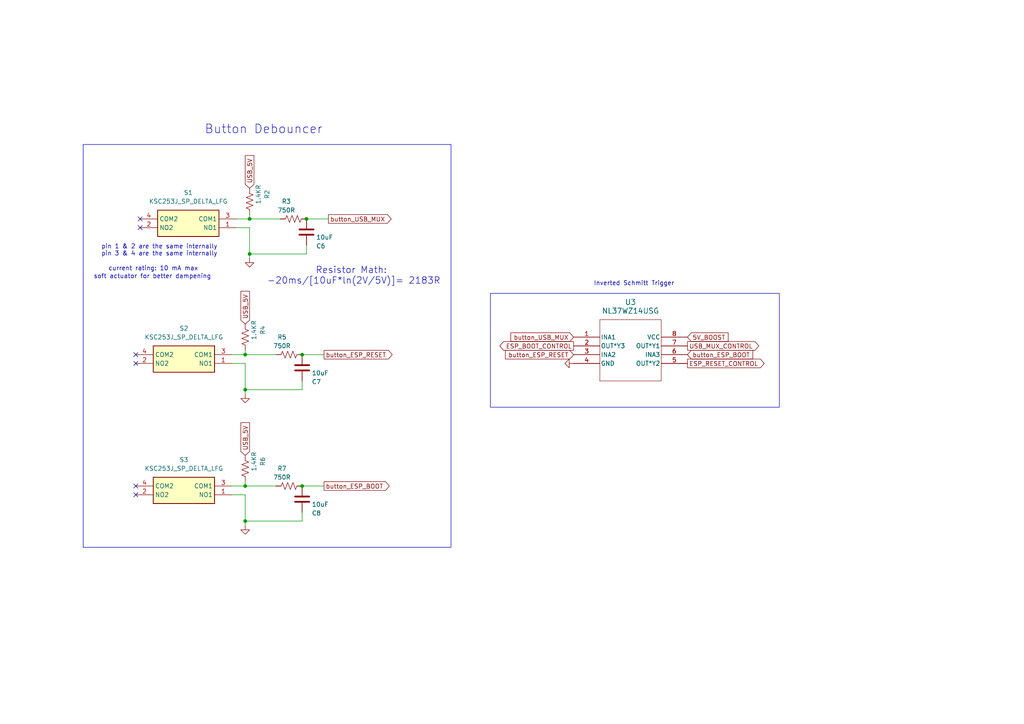
<source format=kicad_sch>
(kicad_sch (version 20250114) (generator "eeschema") (generator_version "9.0")
  (paper "A4")
  (lib_symbols
    (symbol "22XT_Main:KSC253J_SP_DELTA_LFG"
      (property "Reference" "S" (at 24.13 7.62 0))
      (property "Value" "KSC253J_SP_DELTA_LFG" (at 24.13 5.08 0))
      (symbol "KSC253J_SP_DELTA_LFG_1_1"
        (rectangle (start 5.08 2.54) (end 22.86 -5.08) (stroke (width 0.254)) (fill (type background)))
        (pin passive line (at 0 0 0) (length 5.08) (name "NO1") (number "1"))
        (pin passive line (at 0 -2.54 0) (length 5.08) (name "COM1") (number "3"))
        (pin passive line (at 27.94 0 180) (length 5.08) (name "NO2") (number "2"))
        (pin passive line (at 27.94 -2.54 180) (length 5.08) (name "COM2") (number "4"))
      )
    )
    (symbol "22XT_Main:NL37WZ14USG" (pin_names (offset 0.254))
      (property "Reference" "U" (at 16.764 9.906 0))
      (property "Value" "NL37WZ14USG" (at 16.764 7.366 0))
      (symbol "NL37WZ14USG_0_1"
        (polyline (pts (xy 7.62 5.08) (xy 7.62 -12.7)) (stroke (width 0.127)))
        (polyline (pts (xy 7.62 -12.7) (xy 25.4 -12.7)) (stroke (width 0.127)))
        (polyline (pts (xy 25.4 5.08) (xy 7.62 5.08)) (stroke (width 0.127)))
        (polyline (pts (xy 25.4 -12.7) (xy 25.4 5.08)) (stroke (width 0.127)))
        (pin input line (at 0 0 0) (length 7.62) (name "INA1") (number "1"))
        (pin output line (at 0 -2.54 0) (length 7.62) (name "OUT*Y3") (number "2"))
        (pin input line (at 0 -5.08 0) (length 7.62) (name "INA2") (number "3"))
        (pin power_in line (at 0 -7.62 0) (length 7.62) (name "GND") (number "4"))
        (pin power_in line (at 33.02 0 180) (length 7.62) (name "VCC") (number "8"))
        (pin output line (at 33.02 -2.54 180) (length 7.62) (name "OUT*Y1") (number "7"))
        (pin input line (at 33.02 -5.08 180) (length 7.62) (name "INA3") (number "6"))
        (pin output line (at 33.02 -7.62 180) (length 7.62) (name "OUT*Y2") (number "5"))
      )
    )
    (symbol "Device:C" (pin_numbers (hide yes)) (pin_names (offset 0.254))
      (property "Reference" "C" (at 0.635 2.54 0))
      (property "Value" "C" (at 0.635 -2.54 0))
      (symbol "C_0_1"
        (polyline (pts (xy -2.032 0.762) (xy 2.032 0.762)) (stroke (width 0.508)))
        (polyline (pts (xy -2.032 -0.762) (xy 2.032 -0.762)) (stroke (width 0.508)))
      )
      (symbol "C_1_1"
        (pin passive line (at 0 3.81 270) (length 2.794) (name "~") (number "1"))
        (pin passive line (at 0 -3.81 90) (length 2.794) (name "~") (number "2"))
      )
    )
    (symbol "Device:R_US" (pin_numbers (hide yes)) (pin_names (offset 0))
      (property "Reference" "R" (at 2.54 0 90))
      (property "Value" "R_US" (at -2.54 0 90))
      (symbol "R_US_0_1"
        (polyline (pts (xy 0 2.286) (xy 0 2.54)))
        (polyline (pts (xy 0 2.286) (xy 1.016 1.905) (xy 0 1.524) (xy -1.016 1.143) (xy 0 0.762)))
        (polyline (pts (xy 0 0.762) (xy 1.016 0.381) (xy 0 0) (xy -1.016 -0.381) (xy 0 -0.762)))
        (polyline (pts (xy 0 -0.762) (xy 1.016 -1.143) (xy 0 -1.524) (xy -1.016 -1.905) (xy 0 -2.286)))
        (polyline (pts (xy 0 -2.286) (xy 0 -2.54)))
      )
      (symbol "R_US_1_1"
        (pin passive line (at 0 3.81 270) (length 1.27) (name "~") (number "1"))
        (pin passive line (at 0 -3.81 90) (length 1.27) (name "~") (number "2"))
      )
    )
    (symbol "power:GND" (power) (pin_numbers (hide yes)) (pin_names (offset 0) (hide yes))
      (property "Value" "GND" (at 0 -3.81 0))
      (symbol "GND_0_1"
        (polyline (pts (xy 0 0) (xy 0 -1.27) (xy 1.27 -1.27) (xy 0 -2.54) (xy -1.27 -1.27) (xy 0 -1.27)))
      )
      (symbol "GND_1_1"
        (pin power_in line (at 0 0 270) (length 0) (name "~") (number "1"))
      )
    )
  )
  (rectangle (start 142.24 85.09) (end 226.06 118.11))
  (rectangle (start 24.13 41.91) (end 130.81 158.75))
  (text "current rating: 10 mA max" (at 44.45 77.978 0) (effects (font (size 1.27 1.27))))
  (text "soft actuator for better dampening" (at 44.196 80.264 0) (effects (font (size 1.27 1.27))))
  (text "pin 1 & 2 are the same internally\npin 3 & 4 are the same internally" (at 46.228 72.644 0) (effects (font (size 1.27 1.27))))
  (text "Resistor Math: \n-20ms/[10uF*ln(2V/5V)]= 2183R" (at 102.616 80.01 0) (effects (font (size 1.905 1.905))))
  (text "Button Debouncer" (at 76.454 37.592 0) (effects (font (size 2.54 2.54))))
  (text "Inverted Schmitt Trigger" (at 183.896 82.296 0) (effects (font (size 1.27 1.27))))
  (junction (at 72.39 73.66))
  (junction (at 87.63 140.97))
  (junction (at 71.12 113.03))
  (junction (at 87.63 102.87))
  (junction (at 72.39 63.5))
  (junction (at 88.9 63.5))
  (junction (at 71.12 151.13))
  (junction (at 71.12 140.97))
  (junction (at 71.12 102.87))
  (no_connect (at 39.37 102.87))
  (no_connect (at 39.37 143.51))
  (no_connect (at 39.37 140.97))
  (no_connect (at 40.64 63.5))
  (no_connect (at 40.64 66.04))
  (no_connect (at 39.37 105.41))
  (wire (pts (xy 67.31 143.51) (xy 71.12 143.51)))
  (wire (pts (xy 87.63 113.03) (xy 71.12 113.03)))
  (wire (pts (xy 80.01 140.97) (xy 71.12 140.97)))
  (wire (pts (xy 67.31 102.87) (xy 71.12 102.87)))
  (wire (pts (xy 87.63 151.13) (xy 71.12 151.13)))
  (wire (pts (xy 87.63 102.87) (xy 93.98 102.87)))
  (wire (pts (xy 88.9 71.12) (xy 88.9 73.66)))
  (wire (pts (xy 72.39 63.5) (xy 72.39 62.23)))
  (wire (pts (xy 71.12 140.97) (xy 71.12 139.7)))
  (wire (pts (xy 68.58 66.04) (xy 72.39 66.04)))
  (wire (pts (xy 71.12 105.41) (xy 71.12 113.03)))
  (wire (pts (xy 72.39 74.93) (xy 72.39 73.66)))
  (wire (pts (xy 81.28 63.5) (xy 72.39 63.5)))
  (wire (pts (xy 72.39 66.04) (xy 72.39 73.66)))
  (wire (pts (xy 68.58 63.5) (xy 72.39 63.5)))
  (wire (pts (xy 71.12 143.51) (xy 71.12 151.13)))
  (wire (pts (xy 87.63 110.49) (xy 87.63 113.03)))
  (wire (pts (xy 67.31 105.41) (xy 71.12 105.41)))
  (wire (pts (xy 67.31 140.97) (xy 71.12 140.97)))
  (wire (pts (xy 71.12 102.87) (xy 71.12 101.6)))
  (wire (pts (xy 88.9 63.5) (xy 95.25 63.5)))
  (wire (pts (xy 87.63 148.59) (xy 87.63 151.13)))
  (wire (pts (xy 87.63 140.97) (xy 93.98 140.97)))
  (wire (pts (xy 80.01 102.87) (xy 71.12 102.87)))
  (wire (pts (xy 71.12 114.3) (xy 71.12 113.03)))
  (wire (pts (xy 88.9 73.66) (xy 72.39 73.66)))
  (wire (pts (xy 71.12 152.4) (xy 71.12 151.13)))
  (global_label "USB_5V" (shape input) (at 71.12 93.98 90) (property "Intersheetrefs" "${INTERSHEET_REFS}" (effects (hide yes))))
  (global_label "ESP_BOOT_CONTROL" (shape output) (at 166.37 100.33 180) (property "Intersheetrefs" "${INTERSHEET_REFS}" (effects (hide yes))))
  (global_label "button_ESP_BOOT" (shape output) (at 93.98 140.97 0) (property "Intersheetrefs" "${INTERSHEET_REFS}" (effects (hide yes))))
  (global_label "button_USB_MUX" (shape output) (at 95.25 63.5 0) (property "Intersheetrefs" "${INTERSHEET_REFS}" (effects (hide yes))))
  (global_label "button_ESP_RESET" (shape input) (at 166.37 102.87 180) (property "Intersheetrefs" "${INTERSHEET_REFS}" (effects (hide yes))))
  (global_label "ESP_RESET_CONTROL" (shape output) (at 199.39 105.41 0) (property "Intersheetrefs" "${INTERSHEET_REFS}" (effects (hide yes))))
  (global_label "USB_5V" (shape input) (at 72.39 54.61 90) (property "Intersheetrefs" "${INTERSHEET_REFS}" (effects (hide yes))))
  (global_label "USB_MUX_CONTROL" (shape output) (at 199.39 100.33 0) (property "Intersheetrefs" "${INTERSHEET_REFS}" (effects (hide yes))))
  (global_label "button_ESP_BOOT" (shape input) (at 199.39 102.87 0) (property "Intersheetrefs" "${INTERSHEET_REFS}" (effects (hide yes))))
  (global_label "button_USB_MUX" (shape input) (at 166.37 97.79 180) (property "Intersheetrefs" "${INTERSHEET_REFS}" (effects (hide yes))))
  (global_label "5V_BOOST" (shape input) (at 199.39 97.79 0) (property "Intersheetrefs" "${INTERSHEET_REFS}" (effects (hide yes))))
  (global_label "button_ESP_RESET" (shape output) (at 93.98 102.87 0) (property "Intersheetrefs" "${INTERSHEET_REFS}" (effects (hide yes))))
  (global_label "USB_5V" (shape input) (at 71.12 132.08 90) (property "Intersheetrefs" "${INTERSHEET_REFS}" (effects (hide yes))))
  (symbol (lib_id "22XT_Main:NL37WZ14USG") (at 166.37 97.79 0) (unit 1)
    (property "Reference" "U3" (at 182.88 87.63 0) (effects (font (size 1.524 1.524))))
    (property "Value" "NL37WZ14USG" (at 182.88 90.17 0) (effects (font (size 1.524 1.524))))
    (property "Footprint" "22XT_Main_Peripheral:NL37WZ14USG" (effects (hide yes)))
    (property "Datasheet" "NL37WZ14USG" (effects (hide yes)))
  )
  (symbol (lib_id "22XT_Main:KSC253J_SP_DELTA_LFG") (at 67.31 143.51 180) (unit 1)
    (property "Reference" "S3" (at 53.34 133.35 0))
    (property "Value" "KSC253J_SP_DELTA_LFG" (at 53.34 135.89 0))
    (property "Footprint" "22XT_Main_Peripheral:KSC253JSPDELTALFG" (effects (hide yes)))
    (property "Datasheet" "https://www.ckswitches.com/media/1459/ksc.pdf" (effects (hide yes)))
    (property "Description" "Tactile Switches 6.2 x 6.2mm, 3.mm height soft actuator, 5.5N, gold contact material" (effects (hide yes)))
    (property "Height" "3.5" (effects (hide yes)))
    (property "Mouser Part Number" "611-KSC253JSPDELTALF" (effects (hide yes)))
    (property "Mouser Price/Stock" "https://www.mouser.co.uk/ProductDetail/CK/KSC253J-SP-DELTA-LFG?qs=i8QVZAFTkqRm%252BD28PDm3qw%3D%3D" (effects (hide yes)))
    (property "Manufacturer_Name" "C & K COMPONENTS" (effects (hide yes)))
    (property "Manufacturer_Part_Number" "KSC253J SP DELTA LFG" (effects (hide yes)))
  )
  (symbol (lib_id "power:GND") (at 166.37 105.41 270) (mirror x) (unit 1)
    (property "Reference" "#PWR013" (effects (hide yes)))
    (property "Value" "GND" (effects (hide yes)))
    (property "Description" "Power symbol creates a global label with name \"GND\" , ground" (effects (hide yes)))
  )
  (symbol (lib_id "Device:R_US") (at 85.09 63.5 90) (unit 1)
    (property "Reference" "R3" (at 83.058 58.42 90))
    (property "Value" "750R" (at 83.058 60.96 90))
    (property "Footprint" "Resistor_SMD:R_0402_1005Metric" (effects (hide yes)))
    (property "Description" "Resistor, US symbol" (effects (hide yes)))
  )
  (symbol (lib_id "power:GND") (at 71.12 152.4 0) (mirror y) (unit 1)
    (property "Reference" "#PWR012" (effects (hide yes)))
    (property "Value" "GND" (effects (hide yes)))
    (property "Description" "Power symbol creates a global label with name \"GND\" , ground" (effects (hide yes)))
  )
  (symbol (lib_id "Device:C") (at 88.9 67.31 0) (mirror y) (unit 1)
    (property "Reference" "C6" (at 91.694 71.374 0) (effects (justify right)))
    (property "Value" "10uF" (at 91.694 68.834 0) (effects (justify right)))
    (property "Footprint" "Capacitor_SMD:C_0603_1608Metric" (effects (hide yes)))
    (property "Description" "Unpolarized capacitor" (effects (hide yes)))
  )
  (symbol (lib_id "Device:R_US") (at 72.39 58.42 0) (unit 1)
    (property "Reference" "R2" (at 77.47 56.388 90))
    (property "Value" "1.4KR" (at 74.93 56.388 90))
    (property "Footprint" "Resistor_SMD:R_0402_1005Metric" (effects (hide yes)))
    (property "Description" "Resistor, US symbol" (effects (hide yes)))
  )
  (symbol (lib_id "Device:C") (at 87.63 144.78 0) (mirror y) (unit 1)
    (property "Reference" "C8" (at 90.424 148.844 0) (effects (justify right)))
    (property "Value" "10uF" (at 90.424 146.304 0) (effects (justify right)))
    (property "Footprint" "Capacitor_SMD:C_0603_1608Metric" (effects (hide yes)))
    (property "Description" "Unpolarized capacitor" (effects (hide yes)))
  )
  (symbol (lib_id "22XT_Main:KSC253J_SP_DELTA_LFG") (at 68.58 66.04 180) (unit 1)
    (property "Reference" "S1" (at 54.61 55.88 0))
    (property "Value" "KSC253J_SP_DELTA_LFG" (at 54.61 58.42 0))
    (property "Footprint" "22XT_Main_Peripheral:KSC253JSPDELTALFG" (effects (hide yes)))
    (property "Datasheet" "https://www.ckswitches.com/media/1459/ksc.pdf" (effects (hide yes)))
    (property "Description" "Tactile Switches 6.2 x 6.2mm, 3.mm height soft actuator, 5.5N, gold contact material" (effects (hide yes)))
    (property "Height" "3.5" (effects (hide yes)))
    (property "Mouser Part Number" "611-KSC253JSPDELTALF" (effects (hide yes)))
    (property "Mouser Price/Stock" "https://www.mouser.co.uk/ProductDetail/CK/KSC253J-SP-DELTA-LFG?qs=i8QVZAFTkqRm%252BD28PDm3qw%3D%3D" (effects (hide yes)))
    (property "Manufacturer_Name" "C & K COMPONENTS" (effects (hide yes)))
    (property "Manufacturer_Part_Number" "KSC253J SP DELTA LFG" (effects (hide yes)))
  )
  (symbol (lib_id "power:GND") (at 72.39 74.93 0) (mirror y) (unit 1)
    (property "Reference" "#PWR09" (effects (hide yes)))
    (property "Value" "GND" (effects (hide yes)))
    (property "Description" "Power symbol creates a global label with name \"GND\" , ground" (effects (hide yes)))
  )
  (symbol (lib_id "Device:R_US") (at 83.82 140.97 90) (unit 1)
    (property "Reference" "R7" (at 81.788 135.89 90))
    (property "Value" "750R" (at 81.788 138.43 90))
    (property "Footprint" "Resistor_SMD:R_0402_1005Metric" (effects (hide yes)))
    (property "Description" "Resistor, US symbol" (effects (hide yes)))
  )
  (symbol (lib_id "Device:R_US") (at 83.82 102.87 90) (unit 1)
    (property "Reference" "R5" (at 81.788 97.79 90))
    (property "Value" "750R" (at 81.788 100.33 90))
    (property "Footprint" "Resistor_SMD:R_0402_1005Metric" (effects (hide yes)))
    (property "Description" "Resistor, US symbol" (effects (hide yes)))
  )
  (symbol (lib_id "Device:R_US") (at 71.12 97.79 0) (unit 1)
    (property "Reference" "R4" (at 76.2 95.758 90))
    (property "Value" "1.4KR" (at 73.66 95.758 90))
    (property "Footprint" "Resistor_SMD:R_0402_1005Metric" (effects (hide yes)))
    (property "Description" "Resistor, US symbol" (effects (hide yes)))
  )
  (symbol (lib_id "Device:R_US") (at 71.12 135.89 0) (unit 1)
    (property "Reference" "R6" (at 76.2 133.858 90))
    (property "Value" "1.4KR" (at 73.66 133.858 90))
    (property "Footprint" "Resistor_SMD:R_0402_1005Metric" (effects (hide yes)))
    (property "Description" "Resistor, US symbol" (effects (hide yes)))
  )
  (symbol (lib_id "power:GND") (at 71.12 114.3 0) (mirror y) (unit 1)
    (property "Reference" "#PWR011" (effects (hide yes)))
    (property "Value" "GND" (effects (hide yes)))
    (property "Description" "Power symbol creates a global label with name \"GND\" , ground" (effects (hide yes)))
  )
  (symbol (lib_id "Device:C") (at 87.63 106.68 0) (mirror y) (unit 1)
    (property "Reference" "C7" (at 90.424 110.744 0) (effects (justify right)))
    (property "Value" "10uF" (at 90.424 108.204 0) (effects (justify right)))
    (property "Footprint" "Capacitor_SMD:C_0603_1608Metric" (effects (hide yes)))
    (property "Description" "Unpolarized capacitor" (effects (hide yes)))
  )
  (symbol (lib_id "22XT_Main:KSC253J_SP_DELTA_LFG") (at 67.31 105.41 180) (unit 1)
    (property "Reference" "S2" (at 53.34 95.25 0))
    (property "Value" "KSC253J_SP_DELTA_LFG" (at 53.34 97.79 0))
    (property "Footprint" "22XT_Main_Peripheral:KSC253JSPDELTALFG" (effects (hide yes)))
    (property "Datasheet" "https://www.ckswitches.com/media/1459/ksc.pdf" (effects (hide yes)))
    (property "Description" "Tactile Switches 6.2 x 6.2mm, 3.mm height soft actuator, 5.5N, gold contact material" (effects (hide yes)))
    (property "Height" "3.5" (effects (hide yes)))
    (property "Mouser Part Number" "611-KSC253JSPDELTALF" (effects (hide yes)))
    (property "Mouser Price/Stock" "https://www.mouser.co.uk/ProductDetail/CK/KSC253J-SP-DELTA-LFG?qs=i8QVZAFTkqRm%252BD28PDm3qw%3D%3D" (effects (hide yes)))
    (property "Manufacturer_Name" "C & K COMPONENTS" (effects (hide yes)))
    (property "Manufacturer_Part_Number" "KSC253J SP DELTA LFG" (effects (hide yes)))
  )
)
</source>
